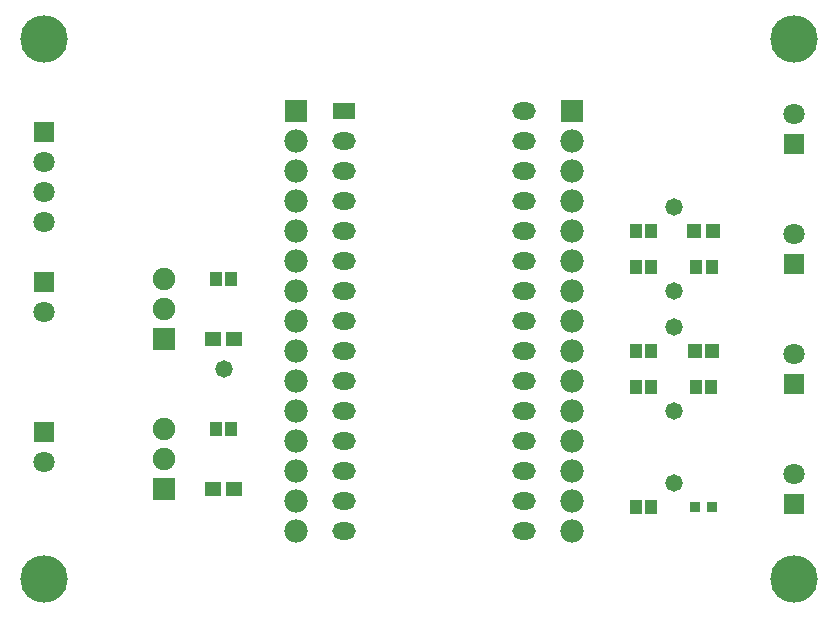
<source format=gts>
G04 Layer_Color=20142*
%FSLAX25Y25*%
%MOIN*%
G70*
G01*
G75*
%ADD33R,0.04540X0.04934*%
%ADD34R,0.04343X0.04737*%
%ADD35R,0.05200X0.04800*%
%ADD36R,0.03800X0.03800*%
%ADD37R,0.04540X0.04737*%
%ADD38R,0.04343X0.04934*%
%ADD39C,0.15800*%
%ADD40R,0.07099X0.07099*%
%ADD41C,0.07099*%
%ADD42R,0.07493X0.07493*%
%ADD43C,0.07493*%
%ADD44R,0.07800X0.07800*%
%ADD45C,0.07800*%
%ADD46O,0.07800X0.05800*%
%ADD47R,0.07800X0.05800*%
%ADD48C,0.05800*%
D33*
X392756Y296000D02*
D03*
X387244D02*
D03*
D34*
X372559Y244000D02*
D03*
X367441D02*
D03*
X232559Y320000D02*
D03*
X227441D02*
D03*
X232559Y270000D02*
D03*
X227441D02*
D03*
X372559Y284000D02*
D03*
X367441D02*
D03*
X372559Y296000D02*
D03*
X367441D02*
D03*
X372559Y336000D02*
D03*
X367441D02*
D03*
X372559Y324000D02*
D03*
X367441D02*
D03*
X392559Y284000D02*
D03*
X387441D02*
D03*
D35*
X233347Y250000D02*
D03*
X226600D02*
D03*
X233347Y300000D02*
D03*
X226600D02*
D03*
D36*
X387250Y244000D02*
D03*
X392750D02*
D03*
D37*
X386850Y336000D02*
D03*
X393150D02*
D03*
D38*
X392657Y324000D02*
D03*
X387343D02*
D03*
D39*
X420000Y220000D02*
D03*
X170000D02*
D03*
X420000Y400000D02*
D03*
X170000D02*
D03*
D40*
Y319000D02*
D03*
Y369000D02*
D03*
X420000Y245000D02*
D03*
X170000Y269000D02*
D03*
X420000Y285000D02*
D03*
Y325000D02*
D03*
Y365000D02*
D03*
D41*
X170000Y309000D02*
D03*
Y339000D02*
D03*
Y349000D02*
D03*
Y359000D02*
D03*
X420000Y255000D02*
D03*
X170000Y259000D02*
D03*
X420000Y295000D02*
D03*
Y335000D02*
D03*
Y375000D02*
D03*
D42*
X210000Y300000D02*
D03*
Y250000D02*
D03*
D43*
Y310000D02*
D03*
Y320000D02*
D03*
Y260000D02*
D03*
Y270000D02*
D03*
D44*
X254000Y376000D02*
D03*
X346000D02*
D03*
D45*
X254000Y366000D02*
D03*
Y356000D02*
D03*
Y346000D02*
D03*
Y336000D02*
D03*
Y326000D02*
D03*
Y316000D02*
D03*
Y306000D02*
D03*
Y296000D02*
D03*
Y286000D02*
D03*
Y276000D02*
D03*
Y266000D02*
D03*
Y256000D02*
D03*
Y246000D02*
D03*
Y236000D02*
D03*
X346000Y366000D02*
D03*
Y356000D02*
D03*
Y346000D02*
D03*
Y336000D02*
D03*
Y326000D02*
D03*
Y316000D02*
D03*
Y306000D02*
D03*
Y296000D02*
D03*
Y286000D02*
D03*
Y276000D02*
D03*
Y266000D02*
D03*
Y256000D02*
D03*
Y246000D02*
D03*
Y236000D02*
D03*
D46*
X330000D02*
D03*
Y246000D02*
D03*
Y256000D02*
D03*
Y266000D02*
D03*
Y276000D02*
D03*
Y286000D02*
D03*
Y296000D02*
D03*
Y306000D02*
D03*
Y316000D02*
D03*
Y326000D02*
D03*
Y336000D02*
D03*
Y346000D02*
D03*
Y356000D02*
D03*
Y366000D02*
D03*
Y376000D02*
D03*
X270000Y236000D02*
D03*
Y246000D02*
D03*
Y256000D02*
D03*
Y266000D02*
D03*
Y276000D02*
D03*
Y286000D02*
D03*
Y296000D02*
D03*
Y306000D02*
D03*
Y316000D02*
D03*
Y326000D02*
D03*
Y336000D02*
D03*
Y346000D02*
D03*
Y356000D02*
D03*
Y366000D02*
D03*
D47*
Y376000D02*
D03*
D48*
X380000Y252000D02*
D03*
Y276000D02*
D03*
Y304000D02*
D03*
Y316000D02*
D03*
X230000Y290000D02*
D03*
X380000Y344000D02*
D03*
M02*

</source>
